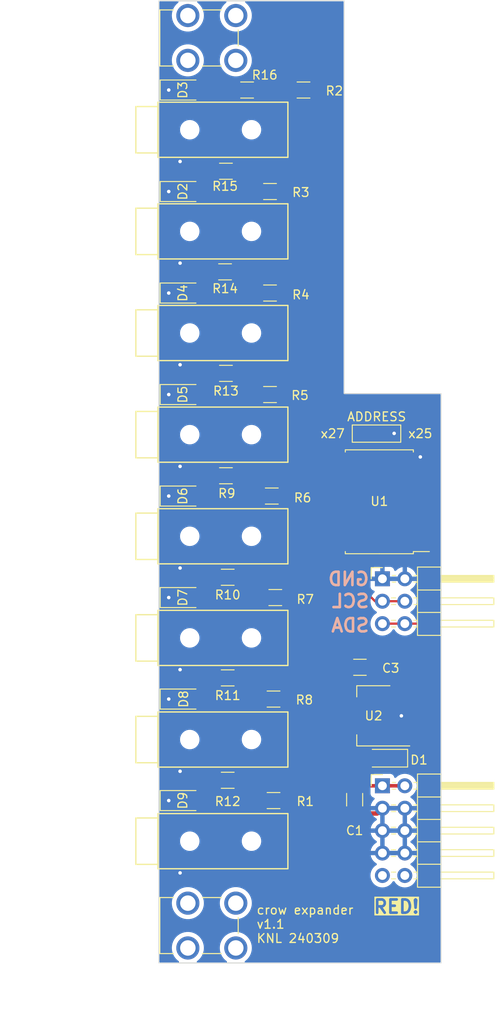
<source format=kicad_pcb>
(kicad_pcb (version 20221018) (generator pcbnew)
  (layers (0 "F.Cu" signal) (31 "B.Cu" signal) (34 "B.Paste" user) (35 "F.Paste" user) (36 "B.SilkS" user "B.Silkscreen") (37 "F.SilkS" user "F.Silkscreen") (38 "B.Mask" user) (39 "F.Mask" user) (44 "Edge.Cuts" user))
  (net 0 "")
  (net 1 "GND")
  (net 2 "+5V")
  (net 6 "Net-(J3-T)")
  (net 8 "Net-(J4-T)")
  (net 10 "Net-(U1-GP0)")
  (net 11 "Net-(U1-GP1)")
  (net 12 "Net-(U1-GP2)")
  (net 13 "Net-(U1-GP3)")
  (net 14 "Net-(U1-GP4)")
  (net 15 "Net-(U1-GP5)")
  (net 16 "Net-(U1-GP6)")
  (net 17 "Net-(U1-GP7)")
  (net 18 "Net-(J10-T)")
  (net 19 "Net-(J7-T)")
  (net 21 "Net-(J1-Pin_3)")
  (net 22 "Net-(J1-Pin_5)")
  (net 23 "Net-(J5-T)")
  (net 24 "Net-(J2-T)")
  (net 26 "Net-(J6-T)")
  (net 28 "Net-(J8-T)")
  (net 33 "Net-(D1-K)")
  (net 34 "Net-(D1-A)")
  (net 35 "Net-(JP2-C)")
  (net 36 "Net-(D2-A)")
  (net 37 "Net-(D3-A)")
  (net 38 "Net-(D4-A)")
  (net 39 "Net-(D5-A)")
  (net 40 "Net-(D6-A)")
  (net 41 "Net-(D7-A)")
  (net 42 "Net-(D8-A)")
  (net 43 "Net-(D9-A)")
  (footprint "LED_SMD:LED_1206_3216Metric_Pad1.42x1.75mm_HandSolder" (layer "F.Cu") (at 95.6 73.1)
    (fp_text reference "D4" (at 0.1 0 90) (layer "F.SilkS"))
    (fp_text value "LED")
    (pad "1" smd roundrect (at -1.4875 0) (size 1.425 1.75) (layers "F.Cu" "F.Paste" "F.Mask") (roundrect_rratio 0.175439) (net 1 "GND"))
    (pad "2" smd roundrect (at 1.4875 0) (size 1.425 1.75) (layers "F.Cu" "F.Paste" "F.Mask") (roundrect_rratio 0.175439) (net 38 "Net-(D4-A)"))
  )
  (footprint "Resistor_SMD:R_1206_3216Metric_Pad1.30x1.75mm_HandSolder" (layer "F.Cu") (at 106.2 107.6 180)
    (fp_text reference "R7" (at -3.4 -0.2) (layer "F.SilkS"))
    (fp_text value "R")
    (pad "1" smd roundrect (at -1.55 0 180) (size 1.3 1.75) (layers "F.Cu" "F.Paste" "F.Mask") (roundrect_rratio 0.1923076923) (net 15 "Net-(U1-GP5)"))
    (pad "2" smd roundrect (at 1.55 0 180) (size 1.3 1.75) (layers "F.Cu" "F.Paste" "F.Mask") (roundrect_rratio 0.1923076923) (net 19 "Net-(J7-T)"))
  )
  (footprint "Resistor_SMD:R_1206_3216Metric_Pad1.30x1.75mm_HandSolder" (layer "F.Cu") (at 100.6 59.3 180)
    (fp_text reference "R15" (at 0.1 -1.7) (layer "F.SilkS"))
    (fp_text value "R")
    (pad "1" smd roundrect (at -1.55 0 180) (size 1.3 1.75) (layers "F.Cu" "F.Paste" "F.Mask") (roundrect_rratio 0.192308) (net 11 "Net-(U1-GP1)"))
    (pad "2" smd roundrect (at 1.55 0 180) (size 1.3 1.75) (layers "F.Cu" "F.Paste" "F.Mask") (roundrect_rratio 0.192308) (net 36 "Net-(D2-A)"))
  )
  (footprint "Resistor_SMD:R_1206_3216Metric_Pad1.30x1.75mm_HandSolder" (layer "F.Cu") (at 100.6 82.2 180)
    (fp_text reference "R13" (at 0 -2) (layer "F.SilkS"))
    (fp_text value "R")
    (pad "1" smd roundrect (at -1.55 0 180) (size 1.3 1.75) (layers "F.Cu" "F.Paste" "F.Mask") (roundrect_rratio 0.192308) (net 13 "Net-(U1-GP3)"))
    (pad "2" smd roundrect (at 1.55 0 180) (size 1.3 1.75) (layers "F.Cu" "F.Paste" "F.Mask") (roundrect_rratio 0.192308) (net 39 "Net-(D5-A)"))
  )
  (footprint "Connector_PinHeader_2.54mm:PinHeader_2x05_P2.54mm_Horizontal" (layer "F.Cu") (at 118.35 128.925)
    (fp_text reference "J9" hide)
    (fp_text value "Conn_02x05_Odd_Even" hide)
    (pad "1" thru_hole rect (at 0 0) (size 1.7 1.7) (drill 1) (layers "*.Cu" "*.Mask") (net 34 "Net-(D1-A)"))
    (pad "2" thru_hole oval (at 2.54 0) (size 1.7 1.7) (drill 1) (layers "*.Cu" "*.Mask") (net 34 "Net-(D1-A)"))
    (pad "3" thru_hole oval (at 0 2.54) (size 1.7 1.7) (drill 1) (layers "*.Cu" "*.Mask") (net 1 "GND"))
    (pad "4" thru_hole oval (at 2.54 2.54) (size 1.7 1.7) (drill 1) (layers "*.Cu" "*.Mask") (net 1 "GND"))
    (pad "5" thru_hole oval (at 0 5.08) (size 1.7 1.7) (drill 1) (layers "*.Cu" "*.Mask") (net 1 "GND"))
    (pad "6" thru_hole oval (at 2.54 5.08) (size 1.7 1.7) (drill 1) (layers "*.Cu" "*.Mask") (net 1 "GND"))
    (pad "7" thru_hole oval (at 0 7.62) (size 1.7 1.7) (drill 1) (layers "*.Cu" "*.Mask") (net 1 "GND"))
    (pad "8" thru_hole oval (at 2.54 7.62) (size 1.7 1.7) (drill 1) (layers "*.Cu" "*.Mask") (net 1 "GND"))
    (pad "9" thru_hole oval (at 0 10.16) (size 1.7 1.7) (drill 1) (layers "*.Cu" "*.Mask"))
    (pad "10" thru_hole oval (at 2.54 10.16) (size 1.7 1.7) (drill 1) (layers "*.Cu" "*.Mask"))
  )
  (footprint "LED_SMD:LED_1206_3216Metric_Pad1.42x1.75mm_HandSolder" (layer "F.Cu") (at 95.6 107.6)
    (fp_text reference "D7" (at 0.1 0 -90) (layer "F.SilkS"))
    (fp_text value "LED")
    (pad "1" smd roundrect (at -1.4875 0) (size 1.425 1.75) (layers "F.Cu" "F.Paste" "F.Mask") (roundrect_rratio 0.175439) (net 1 "GND"))
    (pad "2" smd roundrect (at 1.4875 0) (size 1.425 1.75) (layers "F.Cu" "F.Paste" "F.Mask") (roundrect_rratio 0.175439) (net 41 "Net-(D7-A)"))
  )
  (footprint "TerminalBlock:KEYSTONE_7773" (layer "F.Cu") (at 99 44.2)
    (fp_text reference "REF**" hide)
    (fp_text value "KEYSTONE_7773")
    (pad "1_1" thru_hole circle (at -2.72 2.54) (size 2.625 2.625) (drill 1.75) (layers "*.Cu" "*.Mask"))
    (pad "1_2" thru_hole circle (at 2.72 2.54) (size 2.625 2.625) (drill 1.75) (layers "*.Cu" "*.Mask"))
    (pad "1_3" thru_hole circle (at 2.72 -2.54) (size 2.625 2.625) (drill 1.75) (layers "*.Cu" "*.Mask"))
    (pad "1_4" thru_hole circle (at -2.72 -2.54) (size 2.625 2.625) (drill 1.75) (layers "*.Cu" "*.Mask"))
  )
  (footprint "Connector_Audio:CONN_MJ-3523_CUD" (layer "F.Cu") (at 100.25 54.6)
    (fp_text reference "J2" hide)
    (fp_text value "MJ-3523-SMT-TR")
    (pad "" np_thru_hole circle (at -3.7517 0) (size 1.7018 1.7018) (drill 1.7018) (layers "*.Cu" "*.Mask"))
    (pad "" np_thru_hole circle (at 3.2483 0) (size 1.7018 1.7018) (drill 1.7018) (layers "*.Cu" "*.Mask"))
    (pad "1" smd rect (at -4.851692 3.595405) (size 2.2098 2.5908) (layers "F.Cu" "F.Paste" "F.Mask") (net 1 "GND"))
    (pad "2" smd rect (at 4.548301 3.595405) (size 2.2098 2.5908) (layers "F.Cu" "F.Paste" "F.Mask") (net 24 "Net-(J2-T)"))
    (pad "4" smd rect (at 8.5471 -0.75) (size 2.5908 2.2098) (layers "F.Cu" "F.Paste" "F.Mask"))
  )
  (footprint "Connector_Audio:CONN_MJ-3523_CUD" (layer "F.Cu") (at 100.25 100.65714)
    (fp_text reference "J6" hide)
    (fp_text value "MJ-3523-SMT-TR")
    (pad "" np_thru_hole circle (at -3.7517 0) (size 1.7018 1.7018) (drill 1.7018) (layers "*.Cu" "*.Mask"))
    (pad "" np_thru_hole circle (at 3.2483 0) (size 1.7018 1.7018) (drill 1.7018) (layers "*.Cu" "*.Mask"))
    (pad "1" smd rect (at -4.851692 3.595405) (size 2.2098 2.5908) (layers "F.Cu" "F.Paste" "F.Mask") (net 1 "GND"))
    (pad "2" smd rect (at 4.548301 3.595405) (size 2.2098 2.5908) (layers "F.Cu" "F.Paste" "F.Mask") (net 26 "Net-(J6-T)"))
    (pad "4" smd rect (at 8.5471 -0.75) (size 2.5908 2.2098) (layers "F.Cu" "F.Paste" "F.Mask"))
  )
  (footprint "Connector_Audio:CONN_MJ-3523_CUD" (layer "F.Cu") (at 100.25 66.114285)
    (fp_text reference "J3" hide)
    (fp_text value "MJ-3523-SMT-TR")
    (pad "" np_thru_hole circle (at -3.7517 0) (size 1.7018 1.7018) (drill 1.7018) (layers "*.Cu" "*.Mask"))
    (pad "" np_thru_hole circle (at 3.2483 0) (size 1.7018 1.7018) (drill 1.7018) (layers "*.Cu" "*.Mask"))
    (pad "1" smd rect (at -4.851692 3.595405) (size 2.2098 2.5908) (layers "F.Cu" "F.Paste" "F.Mask") (net 1 "GND"))
    (pad "2" smd rect (at 4.548301 3.595405) (size 2.2098 2.5908) (layers "F.Cu" "F.Paste" "F.Mask") (net 6 "Net-(J3-T)"))
    (pad "4" smd rect (at 8.5471 -0.75) (size 2.5908 2.2098) (layers "F.Cu" "F.Paste" "F.Mask"))
  )
  (footprint "Capacitor_SMD:C_1206_3216Metric_Pad1.33x1.80mm_HandSolder" (layer "F.Cu") (at 115.2 130.5 -90)
    (fp_text reference "C1" (at 3.5 0 -180) (layer "F.SilkS"))
    (fp_text value "C")
    (pad "1" smd roundrect (at -1.5625 0 270) (size 1.325 1.8) (layers "F.Cu" "F.Paste" "F.Mask") (roundrect_rratio 0.188679) (net 34 "Net-(D1-A)"))
    (pad "2" smd roundrect (at 1.5625 0 270) (size 1.325 1.8) (layers "F.Cu" "F.Paste" "F.Mask") (roundrect_rratio 0.188679) (net 1 "GND"))
  )
  (footprint "Resistor_SMD:R_1206_3216Metric_Pad1.30x1.75mm_HandSolder" (layer "F.Cu") (at 105.8 96.1 180)
    (fp_text reference "R6" (at -3.5 -0.2) (layer "F.SilkS"))
    (fp_text value "R")
    (pad "1" smd roundrect (at -1.55 0 180) (size 1.3 1.75) (layers "F.Cu" "F.Paste" "F.Mask") (roundrect_rratio 0.1923076923) (net 14 "Net-(U1-GP4)"))
    (pad "2" smd roundrect (at 1.55 0 180) (size 1.3 1.75) (layers "F.Cu" "F.Paste" "F.Mask") (roundrect_rratio 0.1923076923) (net 26 "Net-(J6-T)"))
  )
  (footprint "Diode_SMD:D_SOD-123" (layer "F.Cu") (at 118.85 125.8 180)
    (fp_text reference "D1" (at -3.65 -0.2) (layer "F.SilkS"))
    (fp_text value "MBR0540")
    (pad "1" smd roundrect (at -1.65 0 180) (size 0.9 1.2) (layers "F.Cu" "F.Paste" "F.Mask") (net 33 "Net-(D1-K)"))
    (pad "2" smd roundrect (at 1.65 0 180) (size 0.9 1.2) (layers "F.Cu" "F.Paste" "F.Mask") (net 34 "Net-(D1-A)"))
  )
  (footprint "Resistor_SMD:R_1206_3216Metric_Pad1.30x1.75mm_HandSolder" (layer "F.Cu") (at 100.8 128.3 180)
    (fp_text reference "R12" (at 0 -2.4) (layer "F.SilkS"))
    (fp_text value "R")
    (pad "1" smd roundrect (at -1.55 0 180) (size 1.3 1.75) (layers "F.Cu" "F.Paste" "F.Mask") (roundrect_rratio 0.192308) (net 17 "Net-(U1-GP7)"))
    (pad "2" smd roundrect (at 1.55 0 180) (size 1.3 1.75) (layers "F.Cu" "F.Paste" "F.Mask") (roundrect_rratio 0.192308) (net 43 "Net-(D9-A)"))
  )
  (footprint "Resistor_SMD:R_1206_3216Metric_Pad1.30x1.75mm_HandSolder" (layer "F.Cu") (at 100.8 116.7 180)
    (fp_text reference "R11" (at 0 -2) (layer "F.SilkS"))
    (fp_text value "R")
    (pad "1" smd roundrect (at -1.55 0 180) (size 1.3 1.75) (layers "F.Cu" "F.Paste" "F.Mask") (roundrect_rratio 0.192308) (net 16 "Net-(U1-GP6)"))
    (pad "2" smd roundrect (at 1.55 0 180) (size 1.3 1.75) (layers "F.Cu" "F.Paste" "F.Mask") (roundrect_rratio 0.192308) (net 42 "Net-(D8-A)"))
  )
  (footprint "TerminalBlock:KEYSTONE_7773" (layer "F.Cu") (at 99 144.76)
    (fp_text reference "KEYSTONE7773" hide)
    (fp_text value "KEYSTONE_7773" hide)
    (pad "1_1" thru_hole circle (at -2.72 2.54) (size 2.625 2.625) (drill 1.75) (layers "*.Cu" "*.Mask"))
    (pad "1_2" thru_hole circle (at 2.72 2.54) (size 2.625 2.625) (drill 1.75) (layers "*.Cu" "*.Mask"))
    (pad "1_3" thru_hole circle (at 2.72 -2.54) (size 2.625 2.625) (drill 1.75) (layers "*.Cu" "*.Mask"))
    (pad "1_4" thru_hole circle (at -2.72 -2.54) (size 2.625 2.625) (drill 1.75) (layers "*.Cu" "*.Mask"))
  )
  (footprint "Connector_PinHeader_2.54mm:PinHeader_2x03_P2.54mm_Horizontal" (layer "F.Cu") (at 118.35 105.475)
    (fp_text reference "J1" hide)
    (fp_text value "Conn_02x03_Odd_Even" hide)
    (pad "1" thru_hole rect (at 0 0) (size 1.7 1.7) (drill 1) (layers "*.Cu" "*.Mask") (net 1 "GND"))
    (pad "2" thru_hole oval (at 2.54 0) (size 1.7 1.7) (drill 1) (layers "*.Cu" "*.Mask") (net 1 "GND"))
    (pad "3" thru_hole oval (at 0 2.54) (size 1.7 1.7) (drill 1) (layers "*.Cu" "*.Mask") (net 21 "Net-(J1-Pin_3)"))
    (pad "4" thru_hole oval (at 2.54 2.54) (size 1.7 1.7) (drill 1) (layers "*.Cu" "*.Mask") (net 21 "Net-(J1-Pin_3)"))
    (pad "5" thru_hole oval (at 0 5.08) (size 1.7 1.7) (drill 1) (layers "*.Cu" "*.Mask") (net 22 "Net-(J1-Pin_5)"))
    (pad "6" thru_hole oval (at 2.54 5.08) (size 1.7 1.7) (drill 1) (layers "*.Cu" "*.Mask") (net 22 "Net-(J1-Pin_5)"))
  )
  (footprint "Resistor_SMD:R_1206_3216Metric_Pad1.30x1.75mm_HandSolder" (layer "F.Cu") (at 106 130.6 180)
    (fp_text reference "R1" (at -3.6 -0.1) (layer "F.SilkS"))
    (fp_text value "R")
    (pad "1" smd roundrect (at -1.55 0 180) (size 1.3 1.75) (layers "F.Cu" "F.Paste" "F.Mask") (roundrect_rratio 0.1923076923) (net 17 "Net-(U1-GP7)"))
    (pad "2" smd roundrect (at 1.55 0 180) (size 1.3 1.75) (layers "F.Cu" "F.Paste" "F.Mask") (roundrect_rratio 0.1923076923) (net 18 "Net-(J10-T)"))
  )
  (footprint "Resistor_SMD:R_1206_3216Metric_Pad1.30x1.75mm_HandSolder" (layer "F.Cu") (at 100.5 70.7 180)
    (fp_text reference "R14" (at 0 -1.9) (layer "F.SilkS"))
    (fp_text value "R")
    (pad "1" smd roundrect (at -1.55 0 180) (size 1.3 1.75) (layers "F.Cu" "F.Paste" "F.Mask") (roundrect_rratio 0.192308) (net 12 "Net-(U1-GP2)"))
    (pad "2" smd roundrect (at 1.55 0 180) (size 1.3 1.75) (layers "F.Cu" "F.Paste" "F.Mask") (roundrect_rratio 0.192308) (net 38 "Net-(D4-A)"))
  )
  (footprint "LED_SMD:LED_1206_3216Metric_Pad1.42x1.75mm_HandSolder" (layer "F.Cu") (at 95.6 50.1)
    (fp_text reference "D3" (at 0.1 0 90) (layer "F.SilkS"))
    (fp_text value "LED")
    (pad "1" smd roundrect (at -1.4875 0) (size 1.425 1.75) (layers "F.Cu" "F.Paste" "F.Mask") (roundrect_rratio 0.175439) (net 1 "GND"))
    (pad "2" smd roundrect (at 1.4875 0) (size 1.425 1.75) (layers "F.Cu" "F.Paste" "F.Mask") (roundrect_rratio 0.175439) (net 37 "Net-(D3-A)"))
  )
  (footprint "Package_SO:SOIC-18W_7.5x11.6mm_P1.27mm" (layer "F.Cu") (at 118 96.75 180)
    (fp_text reference "U1" (at 0 0.05) (layer "F.SilkS"))
    (fp_text value "MCP23008-xP")
    (pad "1" smd roundrect (at -4.65 -5.08 180) (size 2.05 0.6) (layers "F.Cu" "F.Paste" "F.Mask") (net 21 "Net-(J1-Pin_3)"))
    (pad "2" smd roundrect (at -4.65 -3.81 180) (size 2.05 0.6) (layers "F.Cu" "F.Paste" "F.Mask") (net 22 "Net-(J1-Pin_5)"))
    (pad "3" smd roundrect (at -4.65 -2.54 180) (size 2.05 0.6) (layers "F.Cu" "F.Paste" "F.Mask") (net 2 "+5V"))
    (pad "4" smd roundrect (at -4.65 -1.27 180) (size 2.05 0.6) (layers "F.Cu" "F.Paste" "F.Mask") (net 35 "Net-(JP2-C)"))
    (pad "5" smd roundrect (at -4.65 0 180) (size 2.05 0.6) (layers "F.Cu" "F.Paste" "F.Mask") (net 2 "+5V"))
    (pad "6" smd roundrect (at -4.65 1.27 180) (size 2.05 0.6) (layers "F.Cu" "F.Paste" "F.Mask") (net 2 "+5V"))
    (pad "7" smd roundrect (at -4.65 2.54 180) (size 2.05 0.6) (layers "F.Cu" "F.Paste" "F.Mask"))
    (pad "8" smd roundrect (at -4.65 3.81 180) (size 2.05 0.6) (layers "F.Cu" "F.Paste" "F.Mask"))
    (pad "9" smd roundrect (at -4.65 5.08 180) (size 2.05 0.6) (layers "F.Cu" "F.Paste" "F.Mask") (net 1 "GND"))
    (pad "10" smd roundrect (at 4.65 5.08 180) (size 2.05 0.6) (layers "F.Cu" "F.Paste" "F.Mask") (net 10 "Net-(U1-GP0)"))
    (pad "11" smd roundrect (at 4.65 3.81 180) (size 2.05 0.6) (layers "F.Cu" "F.Paste" "F.Mask") (net 11 "Net-(U1-GP1)"))
    (pad "12" smd roundrect (at 4.65 2.54 180) (size 2.05 0.6) (layers "F.Cu" "F.Paste" "F.Mask") (net 12 "Net-(U1-GP2)"))
    (pad "13" smd roundrect (at 4.65 1.27 180) (size 2.05 0.6) (layers "F.Cu" "F.Paste" "F.Mask") (net 13 "Net-(U1-GP3)"))
    (pad "14" smd roundrect (at 4.65 0 180) (size 2.05 0.6) (layers "F.Cu" "F.Paste" "F.Mask") (net 14 "Net-(U1-GP4)"))
    (pad "15" smd roundrect (at 4.65 -1.27 180) (size 2.05 0.6) (layers "F.Cu" "F.Paste" "F.Mask") (net 15 "Net-(U1-GP5)"))
    (pad "16" smd roundrect (at 4.65 -2.54 180) (size 2.05 0.6) (layers "F.Cu" "F.Paste" "F.Mask") (net 16 "Net-(U1-GP6)"))
    (pad "17" smd roundrect (at 4.65 -3.81 180) (size 2.05 0.6) (layers "F.Cu" "F.Paste" "F.Mask") (net 17 "Net-(U1-GP7)"))
    (pad "18" smd roundrect (at 4.65 -5.08 180) (size 2.05 0.6) (layers "F.Cu" "F.Paste" "F.Mask") (net 2 "+5V"))
  )
  (footprint "Resistor_SMD:R_1206_3216Metric_Pad1.30x1.75mm_HandSolder" (layer "F.Cu") (at 105.6 84.6 180)
    (fp_text reference "R5" (at -3.4 -0.1) (layer "F.SilkS"))
    (fp_text value "R")
    (pad "1" smd roundrect (at -1.55 0 180) (size 1.3 1.75) (layers "F.Cu" "F.Paste" "F.Mask") (roundrect_rratio 0.1923076923) (net 13 "Net-(U1-GP3)"))
    (pad "2" smd roundrect (at 1.55 0 180) (size 1.3 1.75) (layers "F.Cu" "F.Paste" "F.Mask") (roundrect_rratio 0.1923076923) (net 23 "Net-(J5-T)"))
  )
  (footprint "Resistor_SMD:R_1206_3216Metric_Pad1.30x1.75mm_HandSolder" (layer "F.Cu") (at 109.4 50.1 180)
    (fp_text reference "R2" (at -3.5 -0.1) (layer "F.SilkS"))
    (fp_text value "R")
    (pad "1" smd roundrect (at -1.55 0 180) (size 1.3 1.75) (layers "F.Cu" "F.Paste" "F.Mask") (roundrect_rratio 0.1923076923) (net 10 "Net-(U1-GP0)"))
    (pad "2" smd roundrect (at 1.55 0 180) (size 1.3 1.75) (layers "F.Cu" "F.Paste" "F.Mask") (roundrect_rratio 0.1923076923) (net 24 "Net-(J2-T)"))
  )
  (footprint "LED_SMD:LED_1206_3216Metric_Pad1.42x1.75mm_HandSolder" (layer "F.Cu") (at 95.6 96.1)
    (fp_text reference "D6" (at 0.1 0 90) (layer "F.SilkS"))
    (fp_text value "LED")
    (pad "1" smd roundrect (at -1.4875 0) (size 1.425 1.75) (layers "F.Cu" "F.Paste" "F.Mask") (roundrect_rratio 0.175439) (net 1 "GND"))
    (pad "2" smd roundrect (at 1.4875 0) (size 1.425 1.75) (layers "F.Cu" "F.Paste" "F.Mask") (roundrect_rratio 0.175439) (net 40 "Net-(D6-A)"))
  )
  (footprint "Resistor_SMD:R_1206_3216Metric_Pad1.30x1.75mm_HandSolder" (layer "F.Cu") (at 100.6 93.8 180)
    (fp_text reference "R9" (at -0.1 -2) (layer "F.SilkS"))
    (fp_text value "R")
    (pad "1" smd roundrect (at -1.55 0 180) (size 1.3 1.75) (layers "F.Cu" "F.Paste" "F.Mask") (roundrect_rratio 0.192308) (net 14 "Net-(U1-GP4)"))
    (pad "2" smd roundrect (at 1.55 0 180) (size 1.3 1.75) (layers "F.Cu" "F.Paste" "F.Mask") (roundrect_rratio 0.192308) (net 40 "Net-(D6-A)"))
  )
  (footprint "Capacitor_SMD:C_1206_3216Metric_Pad1.33x1.80mm_HandSolder" (layer "F.Cu") (at 115.8 115.5 180)
    (fp_text reference "C3" (at -3.5 -0.1) (layer "F.SilkS"))
    (fp_text value "C")
    (pad "1" smd roundrect (at -1.5625 0 180) (size 1.325 1.8) (layers "F.Cu" "F.Paste" "F.Mask") (roundrect_rratio 0.1886792453) (net 2 "+5V"))
    (pad "2" smd roundrect (at 1.5625 0 180) (size 1.325 1.8) (layers "F.Cu" "F.Paste" "F.Mask") (roundrect_rratio 0.1886792453) (net 1 "GND"))
  )
  (footprint "Resistor_SMD:R_1206_3216Metric_Pad1.30x1.75mm_HandSolder" (layer "F.Cu") (at 100.8 105.3 180)
    (fp_text reference "R10" (at 0 -2) (layer "F.SilkS"))
    (fp_text value "R")
    (pad "1" smd roundrect (at -1.55 0 180) (size 1.3 1.75) (layers "F.Cu" "F.Paste" "F.Mask") (roundrect_rratio 0.192308) (net 15 "Net-(U1-GP5)"))
    (pad "2" smd roundrect (at 1.55 0 180) (size 1.3 1.75) (layers "F.Cu" "F.Paste" "F.Mask") (roundrect_rratio 0.192308) (net 41 "Net-(D7-A)"))
  )
  (footprint "LED_SMD:LED_1206_3216Metric_Pad1.42x1.75mm_HandSolder" (layer "F.Cu") (at 95.6 119.1)
    (fp_text reference "D8" (at 0.2 0 90) (layer "F.SilkS"))
    (fp_text value "LED")
    (pad "1" smd roundrect (at -1.4875 0) (size 1.425 1.75) (layers "F.Cu" "F.Paste" "F.Mask") (roundrect_rratio 0.175439) (net 1 "GND"))
    (pad "2" smd roundrect (at 1.4875 0) (size 1.425 1.75) (layers "F.Cu" "F.Paste" "F.Mask") (roundrect_rratio 0.175439) (net 42 "Net-(D8-A)"))
  )
  (footprint "Connector_Audio:CONN_MJ-3523_CUD" (layer "F.Cu") (at 100.25 77.62857)
    (fp_text reference "J4" hide)
    (fp_text value "MJ-3523-SMT-TR")
    (pad "" np_thru_hole circle (at -3.7517 0) (size 1.7018 1.7018) (drill 1.7018) (layers "*.Cu" "*.Mask"))
    (pad "" np_thru_hole circle (at 3.2483 0) (size 1.7018 1.7018) (drill 1.7018) (layers "*.Cu" "*.Mask"))
    (pad "1" smd rect (at -4.851692 3.595405) (size 2.2098 2.5908) (layers "F.Cu" "F.Paste" "F.Mask") (net 1 "GND"))
    (pad "2" smd rect (at 4.548301 3.595405) (size 2.2098 2.5908) (layers "F.Cu" "F.Paste" "F.Mask") (net 8 "Net-(J4-T)"))
    (pad "4" smd rect (at 8.5471 -0.75) (size 2.5908 2.2098) (layers "F.Cu" "F.Paste" "F.Mask"))
  )
  (footprint "LED_SMD:LED_1206_3216Metric_Pad1.42x1.75mm_HandSolder" (layer "F.Cu") (at 95.6 61.6)
    (fp_text reference "D2" (at 0.1 0 90) (layer "F.SilkS"))
    (fp_text value "LED")
    (pad "1" smd roundrect (at -1.4875 0) (size 1.425 1.75) (layers "F.Cu" "F.Paste" "F.Mask") (roundrect_rratio 0.175439) (net 1 "GND"))
    (pad "2" smd roundrect (at 1.4875 0) (size 1.425 1.75) (layers "F.Cu" "F.Paste" "F.Mask") (roundrect_rratio 0.175439) (net 36 "Net-(D2-A)"))
  )
  (footprint "Connector_Audio:CONN_MJ-3523_CUD" (layer "F.Cu") (at 100.25 112.171425)
    (fp_text reference "J7" hide)
    (fp_text value "MJ-3523-SMT-TR")
    (pad "" np_thru_hole circle (at -3.7517 0) (size 1.7018 1.7018) (drill 1.7018) (layers "*.Cu" "*.Mask"))
    (pad "" np_thru_hole circle (at 3.2483 0) (size 1.7018 1.7018) (drill 1.7018) (layers "*.Cu" "*.Mask"))
    (pad "1" smd rect (at -4.851692 3.595405) (size 2.2098 2.5908) (layers "F.Cu" "F.Paste" "F.Mask") (net 1 "GND"))
    (pad "2" smd rect (at 4.548301 3.595405) (size 2.2098 2.5908) (layers "F.Cu" "F.Paste" "F.Mask") (net 19 "Net-(J7-T)"))
    (pad "4" smd rect (at 8.5471 -0.75) (size 2.5908 2.2098) (layers "F.Cu" "F.Paste" "F.Mask"))
  )
  (footprint "Resistor_SMD:R_1206_3216Metric_Pad1.30x1.75mm_HandSolder" (layer "F.Cu") (at 103 50.1 180)
    (fp_text reference "R16" (at -2 1.7) (layer "F.SilkS"))
    (fp_text value "R")
    (pad "1" smd roundrect (at -1.55 0 180) (size 1.3 1.75) (layers "F.Cu" "F.Paste" "F.Mask") (roundrect_rratio 0.192308) (net 10 "Net-(U1-GP0)"))
    (pad "2" smd roundrect (at 1.55 0 180) (size 1.3 1.75) (layers "F.Cu" "F.Paste" "F.Mask") (roundrect_rratio 0.192308) (net 37 "Net-(D3-A)"))
  )
  (footprint "Resistor_SMD:R_1206_3216Metric_Pad1.30x1.75mm_HandSolder" (layer "F.Cu") (at 105.6 61.6 180)
    (fp_text reference "R3" (at -3.5 -0.1) (layer "F.SilkS"))
    (fp_text value "R")
    (pad "1" smd roundrect (at -1.55 0 180) (size 1.3 1.75) (layers "F.Cu" "F.Paste" "F.Mask") (roundrect_rratio 0.1923076923) (net 11 "Net-(U1-GP1)"))
    (pad "2" smd roundrect (at 1.55 0 180) (size 1.3 1.75) (layers "F.Cu" "F.Paste" "F.Mask") (roundrect_rratio 0.1923076923) (net 6 "Net-(J3-T)"))
  )
  (footprint "Connector_Audio:CONN_MJ-3523_CUD" (layer "F.Cu") (at 100.25 89.142855)
    (fp_text reference "J5" hide)
    (fp_text value "MJ-3523-SMT-TR")
    (pad "" np_thru_hole circle (at -3.7517 0) (size 1.7018 1.7018) (drill 1.7018) (layers "*.Cu" "*.Mask"))
    (pad "" np_thru_hole circle (at 3.2483 0) (size 1.7018 1.7018) (drill 1.7018) (layers "*.Cu" "*.Mask"))
    (pad "1" smd rect (at -4.851692 3.595405) (size 2.2098 2.5908) (layers "F.Cu" "F.Paste" "F.Mask") (net 1 "GND"))
    (pad "2" smd rect (at 4.548301 3.595405) (size 2.2098 2.5908) (layers "F.Cu" "F.Paste" "F.Mask") (net 23 "Net-(J5-T)"))
    (pad "4" smd rect (at 8.5471 -0.75) (size 2.5908 2.2098) (layers "F.Cu" "F.Paste" "F.Mask"))
  )
  (footprint "Resistor_SMD:R_1206_3216Metric_Pad1.30x1.75mm_HandSolder" (layer "F.Cu") (at 105.6 73.1 180)
    (fp_text reference "R4" (at -3.5 -0.2 180) (layer "F.SilkS"))
    (fp_text value "R")
    (pad "1" smd roundrect (at -1.55 0 180) (size 1.3 1.75) (layers "F.Cu" "F.Paste" "F.Mask") (roundrect_rratio 0.1923076923) (net 12 "Net-(U1-GP2)"))
    (pad "2" smd roundrect (at 1.55 0 180) (size 1.3 1.75) (layers "F.Cu" "F.Paste" "F.Mask") (roundrect_rratio 0.1923076923) (net 8 "Net-(J4-T)"))
  )
  (footprint "Resistor_SMD:R_1206_3216Metric_Pad1.30x1.75mm_HandSolder" (layer "F.Cu") (at 106 119.1 180)
    (fp_text reference "R8" (at -3.5 -0.1) (layer "F.SilkS"))
    (fp_text value "R")
    (pad "1" smd roundrect (at -1.55 0 180) (size 1.3 1.75) (layers "F.Cu" "F.Paste" "F.Mask") (roundrect_rratio 0.1923076923) (net 16 "Net-(U1-GP6)"))
    (pad "2" smd roundrect (at 1.55 0 180) (size 1.3 1.75) (layers "F.Cu" "F.Paste" "F.Mask") (roundrect_rratio 0.1923076923) (net 28 "Net-(J8-T)"))
  )
  (footprint "Jumper:SolderJumper-3_P2.0mm_Open_TrianglePad1.0x1.5mm_NumberLabels" (layer "F.Cu") (at 117.680833 89 180)
    (fp_text reference "JP2" hide)
    (fp_text value "SolderJumper_3_Open" hide)
    (pad "1" smd custom (at -2 0 180) (size 0.3 0.3) (layers "F.Cu" "F.Mask") (net 1 "GND") (options (clearance outline) (anchor rect)) (primitives (gr_poly (pts (xy 1 0) (xy 0.5 0.75) (xy -0.5 0.75) (xy -0.5 -0.75) (xy 0.5 -0.75)) (width 0) (fill yes))))
    (pad "2" smd custom (at 0 0 180) (size 0.3 0.3) (layers "F.Cu") (net 35 "Net-(JP2-C)") (options (clearance outline) (anchor rect)) (primitives (gr_poly (pts (xy 0.7 0) (xy 1.2 0.75) (xy -1.2 0.75) (xy -0.7 0) (xy -1.2 -0.75) (xy 1.2 -0.75)) (width 0) (fill yes))))
    (pad "3" smd custom (at 2 0) (size 0.3 0.3) (layers "F.Cu" "F.Mask") (net 2 "+5V") (options (clearance outline) (anchor rect)) (primitives (gr_poly (pts (xy 1 0) (xy 0.5 0.75) (xy -0.5 0.75) (xy -0.5 -0.75) (xy 0.5 -0.75)) (width 0) (fill yes))))
  )
  (footprint "LED_SMD:LED_1206_3216Metric_Pad1.42x1.75mm_HandSolder" (layer "F.Cu") (at 95.6 84.6)
    (fp_text reference "D5" (at 0.1 0 90) (layer "F.SilkS"))
    (fp_text value "LED")
    (pad "1" smd roundrect (at -1.4875 0) (size 1.425 1.75) (layers "F.Cu" "F.Paste" "F.Mask") (roundrect_rratio 0.175439) (net 1 "GND"))
    (pad "2" smd roundrect (at 1.4875 0) (size 1.425 1.75) (layers "F.Cu" "F.Paste" "F.Mask") (roundrect_rratio 0.175439) (net 39 "Net-(D5-A)"))
  )
  (footprint "Connector_Audio:CONN_MJ-3523_CUD" (layer "F.Cu") (at 100.25 123.68571)
    (fp_text reference "J8" hide)
    (fp_text value "MJ-3523-SMT-TR")
    (pad "" np_thru_hole circle (at -3.7517 0) (size 1.7018 1.7018) (drill 1.7018) (layers "*.Cu" "*.Mask"))
    (pad "" np_thru_hole circle (at 3.2483 0) (size 1.7018 1.7018) (drill 1.7018) (layers "*.Cu" "*.Mask"))
    (pad "1" smd rect (at -4.851692 3.595405) (size 2.2098 2.5908) (layers "F.Cu" "F.Paste" "F.Mask") (net 1 "GND"))
    (pad "2" smd rect (at 4.548301 3.595405) (size 2.2098 2.5908) (layers "F.Cu" "F.Paste" "F.Mask") (net 28 "Net-(J8-T)"))
    (pad "4" smd rect (at 8.5471 -0.75) (size 2.5908 2.2098) (layers "F.Cu" "F.Paste" "F.Mask"))
  )
  (footprint "Connector_Audio:CONN_MJ-3523_CUD" (layer "F.Cu") (at 100.25 135.2)
    (fp_text reference "J10" hide)
    (fp_text value "MJ-3523-SMT-TR")
    (pad "" np_thru_hole circle (at -3.7517 0) (size 1.7018 1.7018) (drill 1.7018) (layers "*.Cu" "*.Mask"))
    (pad "" np_thru_hole circle (at 3.2483 0) (size 1.7018 1.7018) (drill 1.7018) (layers "*.Cu" "*.Mask"))
    (pad "1" smd rect (at -4.851692 3.595405) (size 2.2098 2.5908) (layers "F.Cu" "F.Paste" "F.Mask") (net 1 "GND"))
    (pad "2" smd rect (at 4.548301 3.595405) (size 2.2098 2.5908) (layers "F.Cu" "F.Paste" "F.Mask") (net 18 "Net-(J10-T)"))
    (pad "4" smd rect (at 8.5471 -0.75) (size 2.5908 2.2098) (layers "F.Cu" "F.Paste" "F.Mask"))
  )
  (footprint "LED_SMD:LED_1206_3216Metric_Pad1.42x1.75mm_HandSolder" (layer "F.Cu") (at 95.6 130.6)
    (fp_text reference "D9" (at 0.1 0 90) (layer "F.SilkS"))
    (fp_text value "LED")
    (pad "1" smd roundrect (at -1.4875 0) (size 1.425 1.75) (layers "F.Cu" "F.Paste" "F.Mask") (roundrect_rratio 0.175439) (net 1 "GND"))
    (pad "2" smd roundrect (at 1.4875 0) (size 1.425 1.75) (layers "F.Cu" "F.Paste" "F.Mask") (roundrect_rratio 0.175439) (net 43 "Net-(D9-A)"))
  )
  (footprint "Package_TO_SOT_SMD:SOT-223-3_TabPin2" (layer "F.Cu") (at 117.35 121 180)
    (fp_text reference "U2" (at 0 0) (layer "F.SilkS"))
    (fp_text value "LM7805_TO220")
    (pad "1" smd rect (at -3.15 -2.3 180) (size 2 1.5) (layers "F.Cu" "F.Paste" "F.Mask") (net 33 "Net-(D1-K)"))
    (pad "2" smd rect (at -3.15 0 180) (size 2 1.5) (layers "F.Cu" "F.Paste" "F.Mask") (net 1 "GND"))
    (pad "2" smd rect (at 3.15 0 180) (size 2 3.8) (layers "F.Cu" "F.Paste" "F.Mask") (net 1 "GND"))
    (pad "3" smd rect (at -3.15 2.3 180) (size 2 1.5) (layers "F.Cu" "F.Paste" "F.Mask") (net 2 "+5V"))
  )
  (gr_poly (pts (xy 93 40) (xy 114 40) (xy 114 84.5) (xy 125 84.5) (xy 125 149) (xy 93 149)) (stroke (width 0.1)) (fill none) (layer "Edge.Cuts"))
  (gr_text "GND" (at 117 105.5) (layer "B.SilkS") (effects (font (size 1.5 1.5) (thickness 0.3) bold) (justify left mirror)))
  (gr_text "SDA" (at 117 110.75) (layer "B.SilkS") (effects (font (size 1.5 1.5) (thickness 0.3) bold) (justify left mirror)))
  (gr_text "SCL" (at 117 108) (layer "B.SilkS") (effects (font (size 1.5 1.5) (thickness 0.3) bold) (justify left mirror)))
  (gr_text "RED!" (at 117.2 143.5) (layer "F.SilkS" knockout) (effects (font (size 1.5 1.5) (thickness 0.3) bold) (justify left bottom)))
  (gr_text "x27 " (at 114.930833 89.025) (layer "F.SilkS") (effects (font (size 1 1)) (justify right)))
  (gr_text " x25" (at 120.430833 89.025) (layer "F.SilkS") (effects (font (size 1 1)) (justify left)))
  (gr_text "ADDRESS" (at 117.7 87.7) (layer "F.SilkS") (effects (font (size 1 1)) (justify bottom)))
  (gr_text "crow expander\nv1.1\nKNL 240309" (at 104 146.8) (layer "F.SilkS") (effects (font (size 1 1)) (justify left bottom)))
  (segment (start 117.7525 132.0625) (end 118.35 131.465) (width 0.5) (layer "F.Cu") (net 1))
  (segment (start 114.2 115.5375) (end 114.2375 115.5) (width 0.5) (layer "F.Cu") (net 1))
  (segment (start 113.7 125.1) (end 113.7 130.5625) (width 0.5) (layer "F.Cu") (net 1))
  (segment (start 114.2 121) (end 114.2 124.6) (width 0.5) (layer "F.Cu") (net 1))
  (segment (start 115.2 132.0625) (end 117.7525 132.0625) (width 0.5) (layer "F.Cu") (net 1))
  (segment (start 113.7 130.5625) (end 115.2 132.0625) (width 0.5) (layer "F.Cu") (net 1))
  (segment (start 118.35 131.465) (end 120.89 131.465) (width 0.5) (layer "F.Cu") (net 1))
  (segment (start 114.2 124.6) (end 113.7 125.1) (width 0.5) (layer "F.Cu") (net 1))
  (segment (start 114.2 121) (end 114.2 115.5375) (width 0.5) (layer "F.Cu") (net 1))
  (via (at 95.398308 138.795405) (size 0.8) (drill 0.4) (layers "F.Cu" "B.Cu") (net 1))
  (via (at 94.1125 130.6) (size 0.8) (drill 0.4) (layers "F.Cu" "B.Cu") (net 1))
  (via (at 94.1125 119.1) (size 0.8) (drill 0.4) (layers "F.Cu" "B.Cu") (net 1))
  (via (at 94.1125 107.6) (size 0.8) (drill 0.4) (layers "F.Cu" "B.Cu") (net 1))
  (via (at 95.398308 58.195405) (size 0.8) (drill 0.4) (layers "F.Cu" "B.Cu") (net 1))
  (via (at 119.680833 89) (size 0.8) (drill 0.4) (layers "F.Cu" "B.Cu") (net 1))
  (via (at 122.65 91.67) (size 0.8) (drill 0.4) (layers "F.Cu" "B.Cu") (net 1))
  (via (at 120.5 121) (size 0.8) (drill 0.4) (layers "F.Cu" "B.Cu") (net 1))
  (via (at 94.1125 84.6) (size 0.8) (drill 0.4) (layers "F.Cu" "B.Cu") (net 1))
  (via (at 94.1125 73.1) (size 0.8) (drill 0.4) (layers "F.Cu" "B.Cu") (net 1))
  (via (at 94.1125 50.1) (size 0.8) (drill 0.4) (layers "F.Cu" "B.Cu") (net 1))
  (via (at 94.1125 96.1) (size 0.8) (drill 0.4) (layers "F.Cu" "B.Cu") (net 1))
  (via (at 95.398308 92.73826) (size 0.8) (drill 0.4) (layers "F.Cu" "B.Cu") (net 1))
  (via (at 95.398308 81.223975) (size 0.8) (drill 0.4) (layers "F.Cu" "B.Cu") (net 1))
  (via (at 95.398308 115.76683) (size 0.8) (drill 0.4) (layers "F.Cu" "B.Cu") (net 1))
  (via (at 95.398308 104.252545) (size 0.8) (drill 0.4) (layers "F.Cu" "B.Cu") (net 1))
  (via (at 95.398308 69.70969) (size 0.8) (drill 0.4) (layers "F.Cu" "B.Cu") (net 1))
  (via (at 94.1125 61.6) (size 0.8) (drill 0.4) (layers "F.Cu" "B.Cu") (net 1))
  (via (at 95.398308 127.281115) (size 0.8) (drill 0.4) (layers "F.Cu" "B.Cu") (net 1))
  (segment (start 122.65 99.29) (end 120.79 99.29) (width 0.25) (layer "F.Cu") (net 2))
  (segment (start 124.25 96.75) (end 122.65 96.75) (width 0.25) (layer "F.Cu") (net 2))
  (segment (start 117 95.5) (end 115.7 95.5) (width 0.25) (layer "F.Cu") (net 2))
  (segment (start 123.48 95.48) (end 122.65 95.48) (width 0.25) (layer "F.Cu") (net 2))
  (segment (start 113.35 111.55) (end 120.5 118.7) (width 0.4) (layer "F.Cu") (net 2))
  (segment (start 115.680833 95.480833) (end 115.680833 89) (width 0.25) (layer "F.Cu") (net 2))
  (segment (start 113.35 101.83) (end 114.216751 101.83) (width 0.25) (layer "F.Cu") (net 2))
  (segment (start 120.79 99.29) (end 117 95.5) (width 0.25) (layer "F.Cu") (net 2))
  (segment (start 114.216751 101.83) (end 115.7 100.346751) (width 0.25) (layer "F.Cu") (net 2))
  (segment (start 113.35 101.83) (end 113.35 111.55) (width 0.4) (layer "F.Cu") (net 2))
  (segment (start 124.21 99.29) (end 124.5 99) (width 0.25) (layer "F.Cu") (net 2))
  (segment (start 124.5 99) (end 124.5 97) (width 0.25) (layer "F.Cu") (net 2))
  (segment (start 115.7 100.346751) (end 115.7 95.5) (width 0.25) (layer "F.Cu") (net 2))
  (segment (start 122.65 99.29) (end 124.21 99.29) (width 0.25) (layer "F.Cu") (net 2))
  (segment (start 124.5 97) (end 124.25 96.75) (width 0.25) (layer "F.Cu") (net 2))
  (segment (start 122.65 96.75) (end 122.65 95.48) (width 0.25) (layer "F.Cu") (net 2))
  (segment (start 115.7 95.5) (end 115.680833 95.480833) (width 0.25) (layer "F.Cu") (net 2))
  (segment (start 104.05 62) (end 104.05 63.65) (width 0.25) (layer "F.Cu") (net 6))
  (segment (start 104.798301 64.398301) (end 104.798301 70.170845) (width 0.25) (layer "F.Cu") (net 6))
  (segment (start 104.05 63.65) (end 104.798301 64.398301) (width 0.25) (layer "F.Cu") (net 6))
  (segment (start 104.05 75.35) (end 104.798301 76.098301) (width 0.25) (layer "F.Cu") (net 8))
  (segment (start 104.798301 76.098301) (end 104.798301 81.527987) (width 0.25) (layer "F.Cu") (net 8))
  (segment (start 104.05 73.4) (end 104.05 75.35) (width 0.25) (layer "F.Cu") (net 8))
  (segment (start 106.55 48.1) (end 108.95 48.1) (width 0.25) (layer "F.Cu") (net 10))
  (segment (start 104.55 50.1) (end 106.55 48.1) (width 0.25) (layer "F.Cu") (net 10))
  (segment (start 112.8 91.12) (end 112.8 53.6) (width 0.25) (layer "F.Cu") (net 10))
  (segment (start 113.35 91.67) (end 112.8 91.12) (width 0.25) (layer "F.Cu") (net 10))
  (segment (start 112.8 53.6) (end 110.95 51.75) (width 0.25) (layer "F.Cu") (net 10))
  (segment (start 108.95 48.1) (end 110.95 50.1) (width 0.25) (layer "F.Cu") (net 10))
  (segment (start 110.95 51.75) (end 110.95 50.1) (width 0.25) (layer "F.Cu") (net 10))
  (segment (start 102.95 60.1) (end 105.65 60.1) (width 0.25) (layer "F.Cu") (net 11))
  (segment (start 107.15 61.6) (end 107.15 62) (width 0.25) (layer "F.Cu") (net 11))
  (segment (start 105.65 60.1) (end 107.15 61.6) (width 0.25) (layer "F.Cu") (net 11))
  (segment (start 106.55 62.2) (end 106.55 66.95) (width 0.25) (layer "F.Cu") (net 11))
  (segment (start 111.6 92.1) (end 112.44 92.94) (width 0.25) (layer "F.Cu") (net 11))
  (segment (start 111.6 72) (end 111.6 92.1) (width 0.25) (layer "F.Cu") (net 11))
  (segment (start 112.44 92.94) (end 113.35 92.94) (width 0.25) (layer "F.Cu") (net 11))
  (segment (start 106.55 66.95) (end 111.6 72) (width 0.25) (layer "F.Cu") (net 11))
  (segment (start 102.15 59.3) (end 102.95 60.1) (width 0.25) (layer "F.Cu") (net 11))
  (segment (start 107.15 61.6) (end 106.55 62.2) (width 0.25) (layer "F.Cu") (net 11))
  (segment (start 110.8 83.55) (end 110.8 93.2) (width 0.25) (layer "F.Cu") (net 12))
  (segment (start 107.15 79.9) (end 110.8 83.55) (width 0.25) (layer "F.Cu") (net 12))
  (segment (start 107.15 73.4) (end 107.15 73.1) (width 0.25) (layer "F.Cu") (net 12))
  (segment (start 102.95 71.6) (end 102.05 70.7) (width 0.25) (layer "F.Cu") (net 12))
  (segment (start 111.81 94.21) (end 113.35 94.21) (width 0.25) (layer "F.Cu") (net 12))
  (segment (start 105.65 71.6) (end 102.95 71.6) (width 0.25) (layer "F.Cu") (net 12))
  (segment (start 110.8 93.2) (end 111.81 94.21) (width 0.25) (layer "F.Cu") (net 12))
  (segment (start 107.15 73.1) (end 107.15 79.9) (width 0.25) (layer "F.Cu") (net 12))
  (segment (start 107.15 73.1) (end 105.65 71.6) (width 0.25) (layer "F.Cu") (net 12))
  (segment (start 103.05 83.1) (end 102.15 82.2) (width 0.25) (layer "F.Cu") (net 13))
  (segment (start 107.15 84.8) (end 105.45 83.1) (width 0.25) (layer "F.Cu") (net 13))
  (segment (start 107.15 91.15) (end 107.15 84.6) (width 0.25) (layer "F.Cu") (net 13))
  (segment (start 111.48 95.48) (end 107.15 91.15) (width 0.25) (layer "F.Cu") (net 13))
  (segment (start 113.35 95.48) (end 111.48 95.48) (width 0.25) (layer "F.Cu") (net 13))
  (segment (start 105.45 83.1) (end 103.05 83.1) (width 0.25) (layer "F.Cu") (net 13))
  (segment (start 105.75 94.6) (end 102.95 94.6) (width 0.25) (layer "F.Cu") (net 14))
  (segment (start 113.35 96.75) (end 111.35 96.75) (width 0.25) (layer "F.Cu") (net 14))
  (segment (start 110.7 96.1) (end 107.45 96.1) (width 0.25) (layer "F.Cu") (net 14))
  (segment (start 102.95 94.6) (end 102.15 93.8) (width 0.25) (layer "F.Cu") (net 14))
  (segment (start 107.45 96.1) (end 107.35 96) (width 0.25) (layer "F.Cu") (net 14))
  (segment (start 107.35 96.2) (end 105.75 94.6) (width 0.25) (layer "F.Cu") (net 14))
  (segment (start 111.35 96.75) (end 110.7 96.1) (width 0.25) (layer "F.Cu") (net 14))
  (segment (start 107.643666 98) (end 106.8 98.843666) (width 0.25) (layer "F.Cu") (net 15))
  (segment (start 106.8 105.75) (end 106.45 106.1) (width 0.25) (layer "F.Cu") (net 15))
  (segment (start 106.45 106.1) (end 103.15 106.1) (width 0.25) (layer "F.Cu") (net 15))
  (segment (start 106.6 106.25) (end 107.75 107.4) (width 0.25) (layer "F.Cu") (net 15))
  (segment (start 106.8 98.843666) (end 106.8 105.75) (width 0.25) (layer "F.Cu") (net 15))
  (segment (start 112.89 98) (end 107.643666 98) (width 0.25) (layer "F.Cu") (net 15))
  (segment (start 103.15 106.1) (end 102.35 105.3) (width 0.25) (layer "F.Cu") (net 15))
  (segment (start 106.6 106.25) (end 106.45 106.1) (width 0.25) (layer "F.Cu") (net 15))
  (segment (start 110.6 100.8) (end 112.11 99.29) (width 0.25) (layer "F.Cu") (net 16))
  (segment (start 102.35 116.7) (end 103.25 117.6) (width 0.25) (layer "F.Cu") (net 16))
  (segment (start 107.85 119.1) (end 108.4 119.1) (width 0.25) (layer "F.Cu") (net 16))
  (segment (start 106.35 117.6) (end 107.85 119.1) (width 0.25) (layer "F.Cu") (net 16))
  (segment (start 112.11 99.29) (end 113.35 99.29) (width 0.25) (layer "F.Cu") (net 16))
  (segment (start 103.25 117.6) (end 106.35 117.6) (width 0.25) (layer "F.Cu") (net 16))
  (segment (start 110.6 116.9) (end 110.6 100.8) (width 0.25) (layer "F.Cu") (net 16))
  (segment (start 108.4 119.1) (end 110.6 116.9) (width 0.25) (layer "F.Cu") (net 16))
  (segment (start 112.175 100.575) (end 112.925 100.575) (width 0.25) (layer "F.Cu") (net 17))
  (segment (start 106.05 129.1) (end 107.55 130.6) (width 0.25) (layer "F.Cu") (net 17))
  (segment (start 107.55 130.6) (end 109.4 130.6) (width 0.25) (layer "F.Cu") (net 17))
  (segment (start 102.35 128.3) (end 103.15 129.1) (width 0.25) (layer "F.Cu") (net 17))
  (segment (start 109.4 130.6) (end 111.5 128.5) (width 0.25) (layer "F.Cu") (net 17))
  (segment (start 111.5 128.5) (end 111.5 101.25) (width 0.25) (layer "F.Cu") (net 17))
  (segment (start 103.15 129.1) (end 106.05 129.1) (width 0.25) (layer "F.Cu") (net 17))
  (segment (start 111.5 101.25) (end 112.175 100.575) (width 0.25) (layer "F.Cu") (net 17))
  (segment (start 104.798301 130.548301) (end 104.798301 138.795405) (width 0.25) (layer "F.Cu") (net 18))
  (segment (start 104.45 130.2) (end 104.798301 130.548301) (width 0.25) (layer "F.Cu") (net 18))
  (segment (start 104.65 107.4) (end 104.798301 107.548301) (width 0.25) (layer "F.Cu") (net 19))
  (segment (start 104.798301 107.548301) (end 104.798301 115.599413) (width 0.25) (layer "F.Cu") (net 19))
  (segment (start 122.65 101.83) (end 118.92 101.83) (width 0.25) (layer "F.Cu") (net 21))
  (segment (start 118.92 101.83) (end 116.5 104.25) (width 0.25) (layer "F.Cu") (net 21))
  (segment (start 120.89 108.015) (end 118.35 108.015) (width 0.25) (layer "F.Cu") (net 21))
  (segment (start 116.5 107) (end 117.515 108.015) (width 0.25) (layer "F.Cu") (net 21))
  (segment (start 116.5 104.25) (end 116.5 107) (width 0.25) (layer "F.Cu") (net 21))
  (segment (start 117.515 108.015) (end 118.35 108.015) (width 0.25) (layer "F.Cu") (net 21))
  (segment (start 123.56 100.56) (end 124.25 101.25) (width 0.25) (layer "F.Cu") (net 22))
  (segment (start 122.65 100.56) (end 123.56 100.56) (width 0.25) (layer "F.Cu") (net 22))
  (segment (start 118.35 110.555) (end 120.89 110.555) (width 0.25) (layer "F.Cu") (net 22))
  (segment (start 123.195 110.555) (end 120.89 110.555) (width 0.25) (layer "F.Cu") (net 22))
  (segment (start 124.25 109.5) (end 123.195 110.555) (width 0.25) (layer "F.Cu") (net 22))
  (segment (start 124.25 101.25) (end 124.25 109.5) (width 0.25) (layer "F.Cu") (net 22))
  (segment (start 104.05 86.75) (end 104.798301 87.498301) (width 0.25) (layer "F.Cu") (net 23))
  (segment (start 104.05 84.8) (end 104.05 86.75) (width 0.25) (layer "F.Cu") (net 23))
  (segment (start 104.798301 87.498301) (end 104.798301 92.885129) (width 0.25) (layer "F.Cu") (net 23))
  (segment (start 107.85 50.1) (end 106.7 51.25) (width 0.25) (layer "F.Cu") (net 24))
  (segment (start 106.7 56.912004) (end 104.798301 58.813703) (width 0.25) (layer "F.Cu") (net 24))
  (segment (start 106.7 51.25) (end 106.7 56.912004) (width 0.25) (layer "F.Cu") (net 24))
  (segment (start 104.25 96.2) (end 104.25 98.45) (width 0.25) (layer "F.Cu") (net 26))
  (segment (start 104.25 98.45) (end 104.798301 98.998301) (width 0.25) (layer "F.Cu") (net 26))
  (segment (start 104.798301 98.998301) (end 104.798301 104.242271) (width 0.25) (layer "F.Cu") (net 26))
  (segment (start 104.798301 119.448301) (end 104.798301 126.956555) (width 0.25) (layer "F.Cu") (net 28))
  (segment (start 104.45 118.8) (end 104.45 119.1) (width 0.25) (layer "F.Cu") (net 28))
  (segment (start 104.45 119.1) (end 104.798301 119.448301) (width 0.25) (layer "F.Cu") (net 28))
  (segment (start 120.5 125.8) (end 120.5 123.3) (width 0.4) (layer "F.Cu") (net 33))
  (segment (start 115.2 127) (end 115.2 128.9375) (width 0.4) (layer "F.Cu") (net 34))
  (segment (start 115.3 128.925) (end 115.1 128.725) (width 0.4) (layer "F.Cu") (net 34))
  (segment (start 117.2 125.8) (end 116.4 125.8) (width 0.4) (layer "F.Cu") (net 34))
  (segment (start 118.35 128.925) (end 120.89 128.925) (width 0.4) (layer "F.Cu") (net 34))
  (segment (start 116.4 125.8) (end 115.2 127) (width 0.4) (layer "F.Cu") (net 34))
  (segment (start 118.35 128.925) (end 115.3 128.925) (width 0.4) (layer "F.Cu") (net 34))
  (segment (start 122.65 98.02) (end 121.02 98.02) (width 0.25) (layer "F.Cu") (net 35))
  (segment (start 117.680833 94.680833) (end 117.680833 89.019167) (width 0.25) (layer "F.Cu") (net 35))
  (segment (start 117.680833 89.019167) (end 117.7 89) (width 0.25) (layer "F.Cu") (net 35))
  (segment (start 121.02 98.02) (end 117.680833 94.680833) (width 0.25) (layer "F.Cu") (net 35))
  (segment (start 99.05 59.65) (end 97.0875 61.6125) (width 0.25) (layer "F.Cu") (net 36))
  (segment (start 97.0875 61.6125) (end 97.0875 62) (width 0.25) (layer "F.Cu") (net 36))
  (segment (start 99.05 59.3) (end 99.05 59.65) (width 0.25) (layer "F.Cu") (net 36))
  (segment (start 101.45 50.1) (end 97.0875 50.1) (width 0.25) (layer "F.Cu") (net 37))
  (segment (start 97.0875 73.1) (end 97.0875 73.4) (width 0.25) (layer "F.Cu") (net 38))
  (segment (start 98.95 71.2375) (end 97.0875 73.1) (width 0.25) (layer "F.Cu") (net 38))
  (segment (start 98.95 70.7) (end 98.95 71.2375) (width 0.25) (layer "F.Cu") (net 38))
  (segment (start 99.05 82.2) (end 97.0875 84.1625) (width 0.25) (layer "F.Cu") (net 39))
  (segment (start 97.0875 84.1625) (end 97.0875 84.8) (width 0.25) (layer "F.Cu") (net 39))
  (segment (start 99.05 94.1375) (end 98.9625 94.1375) (width 0.25) (layer "F.Cu") (net 40))
  (segment (start 97.0875 96.0125) (end 97.0875 96.1) (width 0.25) (layer "F.Cu") (net 40))
  (segment (start 98.9625 94.1375) (end 97.0875 96.0125) (width 0.25) (layer "F.Cu") (net 40))
  (segment (start 97.15 107.4) (end 97.0875 107.4) (width 0.25) (layer "F.Cu") (net 41))
  (segment (start 99.25 105.3) (end 97.15 107.4) (width 0.25) (layer "F.Cu") (net 41))
  (segment (start 99.25 116.7) (end 97.0875 118.8625) (width 0.25) (layer "F.Cu") (net 42))
  (segment (start 97.0875 118.8625) (end 97.0875 118.8) (width 0.25) (layer "F.Cu") (net 42))
  (segment (start 99.25 128.3) (end 97.35 130.2) (width 0.25) (layer "F.Cu") (net 43))
  (segment (start 97.35 130.2) (end 97.0875 130.2) (width 0.25) (layer "F.Cu") (net 43))
  (zone (net 1) (net_name "GND") (layer "B.Cu") (connect_pads (clearance 0.5)) (min_thickness 0.25) (fill yes (thermal_gap 0.5) (thermal_bridge_width 0.5))
    (polygon (pts (xy 93 40) (xy 125 40) (xy 125 149.5) (xy 93 149.5)))
  )
)
</source>
